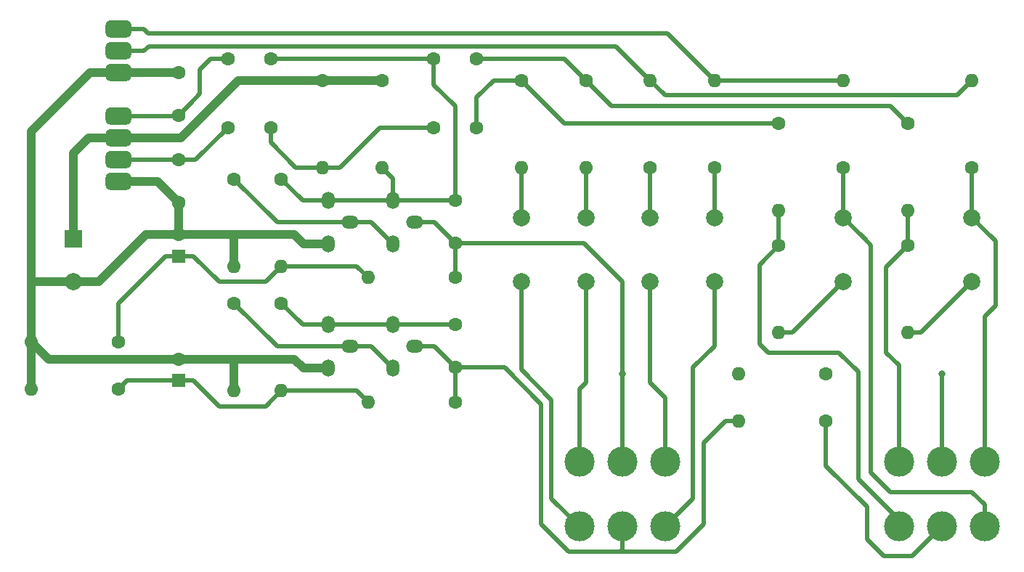
<source format=gbl>
G04 #@! TF.GenerationSoftware,KiCad,Pcbnew,(5.1.7)-1*
G04 #@! TF.CreationDate,2022-12-29T19:39:36+01:00*
G04 #@! TF.ProjectId,Klang-Modul,4b6c616e-672d-44d6-9f64-756c2e6b6963,rev?*
G04 #@! TF.SameCoordinates,Original*
G04 #@! TF.FileFunction,Copper,L2,Bot*
G04 #@! TF.FilePolarity,Positive*
%FSLAX46Y46*%
G04 Gerber Fmt 4.6, Leading zero omitted, Abs format (unit mm)*
G04 Created by KiCad (PCBNEW (5.1.7)-1) date 2022-12-29 19:39:36*
%MOMM*%
%LPD*%
G01*
G04 APERTURE LIST*
G04 #@! TA.AperFunction,ComponentPad*
%ADD10C,1.600000*%
G04 #@! TD*
G04 #@! TA.AperFunction,ComponentPad*
%ADD11R,1.600000X1.600000*%
G04 #@! TD*
G04 #@! TA.AperFunction,ComponentPad*
%ADD12C,3.500000*%
G04 #@! TD*
G04 #@! TA.AperFunction,ComponentPad*
%ADD13C,2.000000*%
G04 #@! TD*
G04 #@! TA.AperFunction,ComponentPad*
%ADD14R,2.000000X2.000000*%
G04 #@! TD*
G04 #@! TA.AperFunction,ComponentPad*
%ADD15O,1.600000X1.600000*%
G04 #@! TD*
G04 #@! TA.AperFunction,ComponentPad*
%ADD16O,2.000000X1.500000*%
G04 #@! TD*
G04 #@! TA.AperFunction,ComponentPad*
%ADD17O,1.500000X2.000000*%
G04 #@! TD*
G04 #@! TA.AperFunction,ViaPad*
%ADD18C,0.800000*%
G04 #@! TD*
G04 #@! TA.AperFunction,Conductor*
%ADD19C,0.500000*%
G04 #@! TD*
G04 #@! TA.AperFunction,Conductor*
%ADD20C,1.000000*%
G04 #@! TD*
G04 APERTURE END LIST*
D10*
X69750000Y-36000000D03*
X64750000Y-36000000D03*
X88750000Y-44000000D03*
X93750000Y-44000000D03*
X88750000Y-36000000D03*
X93750000Y-36000000D03*
X69750000Y-44000000D03*
X64750000Y-44000000D03*
G04 #@! TA.AperFunction,ComponentPad*
G36*
G01*
X51000000Y-49280000D02*
X53000000Y-49280000D01*
G75*
G02*
X53500000Y-49780000I0J-500000D01*
G01*
X53500000Y-50780000D01*
G75*
G02*
X53000000Y-51280000I-500000J0D01*
G01*
X51000000Y-51280000D01*
G75*
G02*
X50500000Y-50780000I0J500000D01*
G01*
X50500000Y-49780000D01*
G75*
G02*
X51000000Y-49280000I500000J0D01*
G01*
G37*
G04 #@! TD.AperFunction*
G04 #@! TA.AperFunction,ComponentPad*
G36*
G01*
X51000000Y-46740000D02*
X53000000Y-46740000D01*
G75*
G02*
X53500000Y-47240000I0J-500000D01*
G01*
X53500000Y-48240000D01*
G75*
G02*
X53000000Y-48740000I-500000J0D01*
G01*
X51000000Y-48740000D01*
G75*
G02*
X50500000Y-48240000I0J500000D01*
G01*
X50500000Y-47240000D01*
G75*
G02*
X51000000Y-46740000I500000J0D01*
G01*
G37*
G04 #@! TD.AperFunction*
G04 #@! TA.AperFunction,ComponentPad*
G36*
G01*
X51000000Y-44200000D02*
X53000000Y-44200000D01*
G75*
G02*
X53500000Y-44700000I0J-500000D01*
G01*
X53500000Y-45700000D01*
G75*
G02*
X53000000Y-46200000I-500000J0D01*
G01*
X51000000Y-46200000D01*
G75*
G02*
X50500000Y-45700000I0J500000D01*
G01*
X50500000Y-44700000D01*
G75*
G02*
X51000000Y-44200000I500000J0D01*
G01*
G37*
G04 #@! TD.AperFunction*
G04 #@! TA.AperFunction,ComponentPad*
G36*
G01*
X51000000Y-41660000D02*
X53000000Y-41660000D01*
G75*
G02*
X53500000Y-42160000I0J-500000D01*
G01*
X53500000Y-43160000D01*
G75*
G02*
X53000000Y-43660000I-500000J0D01*
G01*
X51000000Y-43660000D01*
G75*
G02*
X50500000Y-43160000I0J500000D01*
G01*
X50500000Y-42160000D01*
G75*
G02*
X51000000Y-41660000I500000J0D01*
G01*
G37*
G04 #@! TD.AperFunction*
G04 #@! TA.AperFunction,ComponentPad*
G36*
G01*
X51000000Y-36580000D02*
X53000000Y-36580000D01*
G75*
G02*
X53500000Y-37080000I0J-500000D01*
G01*
X53500000Y-38080000D01*
G75*
G02*
X53000000Y-38580000I-500000J0D01*
G01*
X51000000Y-38580000D01*
G75*
G02*
X50500000Y-38080000I0J500000D01*
G01*
X50500000Y-37080000D01*
G75*
G02*
X51000000Y-36580000I500000J0D01*
G01*
G37*
G04 #@! TD.AperFunction*
G04 #@! TA.AperFunction,ComponentPad*
G36*
G01*
X51000000Y-34040000D02*
X53000000Y-34040000D01*
G75*
G02*
X53500000Y-34540000I0J-500000D01*
G01*
X53500000Y-35540000D01*
G75*
G02*
X53000000Y-36040000I-500000J0D01*
G01*
X51000000Y-36040000D01*
G75*
G02*
X50500000Y-35540000I0J500000D01*
G01*
X50500000Y-34540000D01*
G75*
G02*
X51000000Y-34040000I500000J0D01*
G01*
G37*
G04 #@! TD.AperFunction*
G04 #@! TA.AperFunction,ComponentPad*
G36*
G01*
X51000000Y-31500000D02*
X53000000Y-31500000D01*
G75*
G02*
X53500000Y-32000000I0J-500000D01*
G01*
X53500000Y-33000000D01*
G75*
G02*
X53000000Y-33500000I-500000J0D01*
G01*
X51000000Y-33500000D01*
G75*
G02*
X50500000Y-33000000I0J500000D01*
G01*
X50500000Y-32000000D01*
G75*
G02*
X51000000Y-31500000I500000J0D01*
G01*
G37*
G04 #@! TD.AperFunction*
D11*
X59000000Y-59000000D03*
D10*
X59000000Y-56500000D03*
D11*
X59000000Y-73500000D03*
D10*
X59000000Y-71000000D03*
D12*
X148000000Y-83000000D03*
X148000000Y-90500000D03*
X153000000Y-83000000D03*
X153000000Y-90500000D03*
X143000000Y-90500000D03*
X143000000Y-83000000D03*
X105750000Y-83000000D03*
X105750000Y-90500000D03*
X115750000Y-90500000D03*
X115750000Y-83000000D03*
X110750000Y-90500000D03*
X110750000Y-83000000D03*
D10*
X59000000Y-42580000D03*
X59000000Y-37580000D03*
X91250000Y-52500000D03*
X91250000Y-57500000D03*
X59000000Y-47750000D03*
X59000000Y-52750000D03*
X91250000Y-67000000D03*
X91250000Y-72000000D03*
D13*
X151500000Y-62000000D03*
X151500000Y-54500000D03*
X106500000Y-54500000D03*
X106500000Y-62000000D03*
X114000000Y-62000000D03*
X114000000Y-54500000D03*
X136500000Y-62000000D03*
X136500000Y-54500000D03*
X99000000Y-54500000D03*
X99000000Y-62000000D03*
X121500000Y-62000000D03*
X121500000Y-54500000D03*
D14*
X46750000Y-57000000D03*
D13*
X46750000Y-62000000D03*
D10*
X52000000Y-69000000D03*
D15*
X41840000Y-69000000D03*
D16*
X79040000Y-55040000D03*
D17*
X76500000Y-52500000D03*
X76500000Y-57580000D03*
D16*
X86540000Y-55040000D03*
D17*
X84000000Y-52500000D03*
X84000000Y-57580000D03*
D16*
X79040000Y-69540000D03*
D17*
X76500000Y-67000000D03*
X76500000Y-72080000D03*
D16*
X86540000Y-69540000D03*
D17*
X84000000Y-67000000D03*
X84000000Y-72080000D03*
D10*
X71000000Y-50000000D03*
D15*
X71000000Y-60160000D03*
D10*
X82750000Y-38500000D03*
D15*
X82750000Y-48660000D03*
D10*
X144000000Y-43500000D03*
D15*
X144000000Y-53660000D03*
D10*
X106500000Y-38500000D03*
D15*
X106500000Y-48660000D03*
D10*
X114000000Y-48660000D03*
D15*
X114000000Y-38500000D03*
D10*
X75750000Y-38500000D03*
D15*
X75750000Y-48660000D03*
D10*
X129000000Y-43500000D03*
D15*
X129000000Y-53660000D03*
D10*
X136500000Y-48660000D03*
D15*
X136500000Y-38500000D03*
D10*
X99000000Y-38500000D03*
D15*
X99000000Y-48660000D03*
D10*
X121500000Y-48660000D03*
D15*
X121500000Y-38500000D03*
D10*
X144000000Y-57750000D03*
D15*
X144000000Y-67910000D03*
D10*
X129000000Y-57750000D03*
D15*
X129000000Y-67910000D03*
D10*
X65500000Y-50000000D03*
D15*
X65500000Y-60160000D03*
D10*
X91250000Y-61500000D03*
D15*
X81090000Y-61500000D03*
D10*
X134455000Y-72750000D03*
D15*
X124295000Y-72750000D03*
D10*
X71000000Y-64500000D03*
D15*
X71000000Y-74660000D03*
D10*
X65500000Y-64500000D03*
D15*
X65500000Y-74660000D03*
D10*
X52000000Y-74500000D03*
D15*
X41840000Y-74500000D03*
D10*
X91250000Y-76000000D03*
D15*
X81090000Y-76000000D03*
D10*
X134455000Y-78250000D03*
D15*
X124295000Y-78250000D03*
D10*
X151500000Y-48660000D03*
D15*
X151500000Y-38500000D03*
D18*
X148000000Y-72750000D03*
X110750000Y-72750000D03*
D19*
X134455000Y-78250000D02*
X134455000Y-83455000D01*
X134455000Y-83455000D02*
X139250000Y-88250000D01*
X139250000Y-88250000D02*
X139250000Y-92000000D01*
X139250000Y-92000000D02*
X141250000Y-94000000D01*
X144500000Y-94000000D02*
X148000000Y-90500000D01*
X141250000Y-94000000D02*
X144500000Y-94000000D01*
X81460000Y-69540000D02*
X84000000Y-72080000D01*
X79040000Y-69540000D02*
X81460000Y-69540000D01*
X70540000Y-69540000D02*
X65500000Y-64500000D01*
X79040000Y-69540000D02*
X70540000Y-69540000D01*
X148000000Y-83000000D02*
X148000000Y-72750000D01*
X81460000Y-55040000D02*
X84000000Y-57580000D01*
X79040000Y-55040000D02*
X81460000Y-55040000D01*
X70540000Y-55040000D02*
X65500000Y-50000000D01*
X79040000Y-55040000D02*
X70540000Y-55040000D01*
X129000000Y-53660000D02*
X129000000Y-57750000D01*
X126750000Y-60000000D02*
X126750000Y-69250000D01*
X129000000Y-57750000D02*
X126750000Y-60000000D01*
X127750000Y-70250000D02*
X136000000Y-70250000D01*
X126750000Y-69250000D02*
X127750000Y-70250000D01*
X136000000Y-70250000D02*
X138250000Y-72500000D01*
X138250000Y-72500000D02*
X138250000Y-85000000D01*
X143000000Y-89750000D02*
X143000000Y-90500000D01*
X138250000Y-85000000D02*
X143000000Y-89750000D01*
X144000000Y-53660000D02*
X144000000Y-57750000D01*
X143000000Y-83000000D02*
X143000000Y-71750000D01*
X143000000Y-71750000D02*
X141500000Y-70250000D01*
X141500000Y-60250000D02*
X144000000Y-57750000D01*
X141500000Y-70250000D02*
X141500000Y-60250000D01*
X91250000Y-67000000D02*
X76500000Y-67000000D01*
X73500000Y-67000000D02*
X71000000Y-64500000D01*
X76500000Y-67000000D02*
X73500000Y-67000000D01*
X69750000Y-44000000D02*
X69750000Y-45750000D01*
X69750000Y-45750000D02*
X72660000Y-48660000D01*
X75750000Y-48660000D02*
X72660000Y-48660000D01*
X77840000Y-48660000D02*
X82500000Y-44000000D01*
X75750000Y-48660000D02*
X77840000Y-48660000D01*
X88750000Y-44000000D02*
X82500000Y-44000000D01*
X104000000Y-43500000D02*
X99000000Y-38500000D01*
X129000000Y-43500000D02*
X104000000Y-43500000D01*
X99000000Y-38500000D02*
X95750000Y-38500000D01*
X93750000Y-40500000D02*
X93750000Y-44000000D01*
X95750000Y-38500000D02*
X93750000Y-40500000D01*
X79750000Y-74660000D02*
X81090000Y-76000000D01*
X71000000Y-74660000D02*
X79750000Y-74660000D01*
X53000000Y-73500000D02*
X52000000Y-74500000D01*
X59000000Y-73500000D02*
X53000000Y-73500000D01*
X60750000Y-73500000D02*
X59000000Y-73500000D01*
X63750000Y-76500000D02*
X60750000Y-73500000D01*
X69160000Y-76500000D02*
X63750000Y-76500000D01*
X71000000Y-74660000D02*
X69160000Y-76500000D01*
X84000000Y-52500000D02*
X76500000Y-52500000D01*
X84000000Y-52500000D02*
X91250000Y-52500000D01*
X73500000Y-52500000D02*
X71000000Y-50000000D01*
X76500000Y-52500000D02*
X73500000Y-52500000D01*
X88750000Y-36000000D02*
X69750000Y-36000000D01*
X88750000Y-39000000D02*
X88750000Y-36000000D01*
X91250000Y-41500000D02*
X88750000Y-39000000D01*
X91250000Y-52500000D02*
X91250000Y-41500000D01*
X84000000Y-49910000D02*
X82750000Y-48660000D01*
X84000000Y-52500000D02*
X84000000Y-49910000D01*
X106500000Y-38500000D02*
X109500000Y-41500000D01*
X142000000Y-41500000D02*
X144000000Y-43500000D01*
X109500000Y-41500000D02*
X142000000Y-41500000D01*
X104000000Y-36000000D02*
X106500000Y-38500000D01*
X93750000Y-36000000D02*
X104000000Y-36000000D01*
X79750000Y-60160000D02*
X81090000Y-61500000D01*
X71000000Y-60160000D02*
X79750000Y-60160000D01*
X57500000Y-59000000D02*
X59000000Y-59000000D01*
X52000000Y-64500000D02*
X57500000Y-59000000D01*
X52000000Y-69000000D02*
X52000000Y-64500000D01*
X63750000Y-62000000D02*
X60750000Y-59000000D01*
X69160000Y-62000000D02*
X63750000Y-62000000D01*
X60750000Y-59000000D02*
X59000000Y-59000000D01*
X71000000Y-60160000D02*
X69160000Y-62000000D01*
X130590000Y-67910000D02*
X136500000Y-62000000D01*
X129000000Y-67910000D02*
X130590000Y-67910000D01*
X136500000Y-48660000D02*
X136500000Y-54500000D01*
X136500000Y-54500000D02*
X139000000Y-57000000D01*
X153000000Y-90500000D02*
X153000000Y-88000000D01*
X153000000Y-88000000D02*
X151500000Y-86500000D01*
X151500000Y-86500000D02*
X142000000Y-86500000D01*
X139750000Y-57750000D02*
X139000000Y-57000000D01*
X139750000Y-84250000D02*
X139750000Y-57750000D01*
X142000000Y-86500000D02*
X139750000Y-84250000D01*
X145590000Y-67910000D02*
X151500000Y-62000000D01*
X144000000Y-67910000D02*
X145590000Y-67910000D01*
X151500000Y-48660000D02*
X151500000Y-54500000D01*
X153000000Y-83000000D02*
X153000000Y-66000000D01*
X153000000Y-66000000D02*
X154250000Y-64750000D01*
X154250000Y-57250000D02*
X151500000Y-54500000D01*
X154250000Y-64750000D02*
X154250000Y-57250000D01*
X121500000Y-69500000D02*
X121500000Y-62000000D01*
X119000000Y-72000000D02*
X121500000Y-69500000D01*
X119000000Y-87250000D02*
X119000000Y-72000000D01*
X115750000Y-90500000D02*
X119000000Y-87250000D01*
X121500000Y-48660000D02*
X121500000Y-54500000D01*
X99000000Y-48660000D02*
X99000000Y-54500000D01*
X102500000Y-75750000D02*
X99000000Y-72250000D01*
X102500000Y-87250000D02*
X102500000Y-75750000D01*
X99000000Y-62000000D02*
X99000000Y-72250000D01*
X102500000Y-87250000D02*
X105750000Y-90500000D01*
X115750000Y-83000000D02*
X115750000Y-75500000D01*
X114000000Y-73750000D02*
X114000000Y-62000000D01*
X115750000Y-75500000D02*
X114000000Y-73750000D01*
X114000000Y-48660000D02*
X114000000Y-54500000D01*
X106500000Y-48660000D02*
X106500000Y-54500000D01*
X106500000Y-62000000D02*
X106500000Y-73750000D01*
X105750000Y-74500000D02*
X105750000Y-83000000D01*
X106500000Y-73750000D02*
X105750000Y-74500000D01*
X97000000Y-72000000D02*
X101250000Y-76250000D01*
X101250000Y-90250000D02*
X104500000Y-93500000D01*
X101250000Y-76250000D02*
X101250000Y-90250000D01*
X110750000Y-93250000D02*
X110500000Y-93500000D01*
X110750000Y-90500000D02*
X110750000Y-93250000D01*
X110500000Y-93500000D02*
X115250000Y-93500000D01*
X104500000Y-93500000D02*
X110500000Y-93500000D01*
X116750000Y-93500000D02*
X117000000Y-93500000D01*
X116750000Y-93500000D02*
X115250000Y-93500000D01*
X117000000Y-93500000D02*
X120250000Y-90250000D01*
X120250000Y-90250000D02*
X120250000Y-80750000D01*
X122750000Y-78250000D02*
X124295000Y-78250000D01*
X120250000Y-80750000D02*
X122750000Y-78250000D01*
X88790000Y-69540000D02*
X91250000Y-72000000D01*
X86540000Y-69540000D02*
X88790000Y-69540000D01*
X91250000Y-72000000D02*
X91250000Y-76000000D01*
X91250000Y-72000000D02*
X97000000Y-72000000D01*
X110750000Y-83000000D02*
X110750000Y-62000000D01*
X88790000Y-55040000D02*
X91250000Y-57500000D01*
X86540000Y-55040000D02*
X88790000Y-55040000D01*
X106250000Y-57500000D02*
X110750000Y-62000000D01*
X91250000Y-57500000D02*
X106250000Y-57500000D01*
X91250000Y-57500000D02*
X91250000Y-61500000D01*
X52080000Y-37500000D02*
X52000000Y-37580000D01*
D20*
X41840000Y-74500000D02*
X41840000Y-69000000D01*
X52000000Y-37580000D02*
X59000000Y-37580000D01*
X56530000Y-50280000D02*
X59000000Y-52750000D01*
X52000000Y-50280000D02*
X56530000Y-50280000D01*
X48670000Y-37580000D02*
X52000000Y-37580000D01*
X41840000Y-44410000D02*
X48670000Y-37580000D01*
X59000000Y-52750000D02*
X59000000Y-56500000D01*
X43840000Y-71000000D02*
X59000000Y-71000000D01*
X41840000Y-69000000D02*
X43840000Y-71000000D01*
X73580000Y-72080000D02*
X76500000Y-72080000D01*
X72500000Y-71000000D02*
X73580000Y-72080000D01*
X65500000Y-71250000D02*
X65250000Y-71000000D01*
X65250000Y-71000000D02*
X72500000Y-71000000D01*
X65500000Y-74660000D02*
X65500000Y-71250000D01*
X59000000Y-71000000D02*
X65250000Y-71000000D01*
X76500000Y-57580000D02*
X73580000Y-57580000D01*
X72500000Y-56500000D02*
X73580000Y-57580000D01*
X65500000Y-56750000D02*
X65250000Y-56500000D01*
X65500000Y-60160000D02*
X65500000Y-56750000D01*
X65250000Y-56500000D02*
X72500000Y-56500000D01*
X59000000Y-56500000D02*
X65250000Y-56500000D01*
X46750000Y-62000000D02*
X49750000Y-62000000D01*
X55250000Y-56500000D02*
X59000000Y-56500000D01*
X49750000Y-62000000D02*
X55250000Y-56500000D01*
X41930000Y-62000000D02*
X41840000Y-61910000D01*
X46750000Y-62000000D02*
X41930000Y-62000000D01*
X41840000Y-61910000D02*
X41840000Y-44410000D01*
X41840000Y-69000000D02*
X41840000Y-61910000D01*
X52000000Y-45200000D02*
X59300000Y-45200000D01*
X59300000Y-45200000D02*
X66000000Y-38500000D01*
X46750000Y-57000000D02*
X46750000Y-47000000D01*
X48550000Y-45200000D02*
X52000000Y-45200000D01*
X46750000Y-47000000D02*
X48550000Y-45200000D01*
X82750000Y-38500000D02*
X66000000Y-38500000D01*
D19*
X58920000Y-42660000D02*
X59000000Y-42580000D01*
X52000000Y-42660000D02*
X58920000Y-42660000D01*
X59000000Y-42580000D02*
X60375000Y-41205000D01*
X64750000Y-36000000D02*
X62750000Y-36000000D01*
X62750000Y-36000000D02*
X61500000Y-37250000D01*
X61500000Y-40080000D02*
X60375000Y-41205000D01*
X61500000Y-37250000D02*
X61500000Y-40080000D01*
X58990000Y-47740000D02*
X59000000Y-47750000D01*
X52000000Y-47740000D02*
X58990000Y-47740000D01*
X61000000Y-47750000D02*
X64750000Y-44000000D01*
X59000000Y-47750000D02*
X61000000Y-47750000D01*
X52000000Y-35040000D02*
X55000000Y-35040000D01*
X114000000Y-38500000D02*
X115750000Y-40250000D01*
X149750000Y-40250000D02*
X151500000Y-38500000D01*
X115750000Y-40250000D02*
X149750000Y-40250000D01*
X106250000Y-34500000D02*
X110000000Y-34500000D01*
X110000000Y-34500000D02*
X114000000Y-38500000D01*
X106250000Y-34500000D02*
X107500000Y-34500000D01*
X55540000Y-34500000D02*
X55000000Y-35040000D01*
X57000000Y-34500000D02*
X55540000Y-34500000D01*
X56250000Y-34500000D02*
X57000000Y-34500000D01*
X57000000Y-34500000D02*
X106250000Y-34500000D01*
X57000000Y-33000000D02*
X57500000Y-33000000D01*
X55000000Y-32500000D02*
X52000000Y-32500000D01*
X121500000Y-38500000D02*
X136500000Y-38500000D01*
X116000000Y-33000000D02*
X121500000Y-38500000D01*
X108500000Y-33000000D02*
X116000000Y-33000000D01*
X108500000Y-33000000D02*
X111000000Y-33000000D01*
X55500000Y-33000000D02*
X55000000Y-32500000D01*
X58000000Y-33000000D02*
X55500000Y-33000000D01*
X57500000Y-33000000D02*
X58000000Y-33000000D01*
X58000000Y-33000000D02*
X108500000Y-33000000D01*
M02*

</source>
